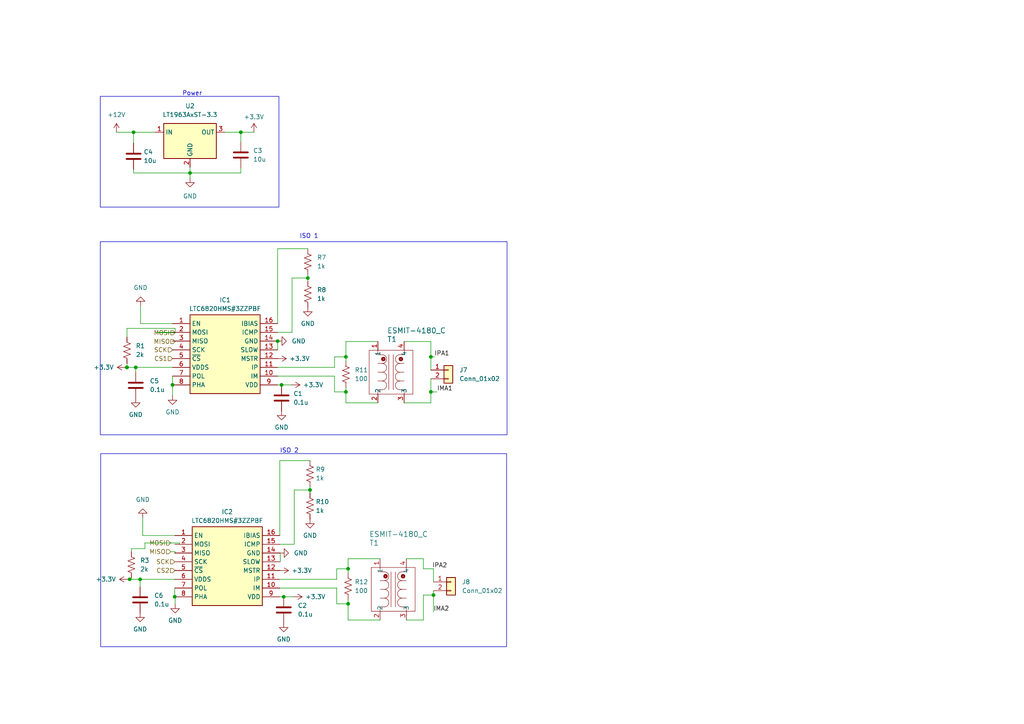
<source format=kicad_sch>
(kicad_sch (version 20231120) (generator "eeschema") (generator_version "8.0")
  (paper "A4")
  (lib_symbols
    (symbol "AERO:LTC6820HMS#3ZZPBF"
      (property "Reference" "IC" (at 26.67 7.62 0))
      (property "Value" "LTC6820HMS#3ZZPBF" (at 26.67 5.08 0))
      (symbol "LTC6820HMS#3ZZPBF_1_1"
        (rectangle (start 5.08 2.54) (end 25.4 -20.32) (stroke (width 0.254)) (fill (type background)))
        (pin passive line (at 0 0 0) (length 5.08) (name "EN") (number "1"))
        (pin passive line (at 30.48 -15.24 180) (length 5.08) (name "IM") (number "10"))
        (pin passive line (at 30.48 -12.7 180) (length 5.08) (name "IP") (number "11"))
        (pin passive line (at 30.48 -10.16 180) (length 5.08) (name "MSTR") (number "12"))
        (pin passive line (at 30.48 -7.62 180) (length 5.08) (name "SLOW") (number "13"))
        (pin passive line (at 30.48 -5.08 180) (length 5.08) (name "GND") (number "14"))
        (pin passive line (at 30.48 -2.54 180) (length 5.08) (name "ICMP") (number "15"))
        (pin passive line (at 30.48 0 180) (length 5.08) (name "IBIAS") (number "16"))
        (pin passive line (at 0 -2.54 0) (length 5.08) (name "MOSI") (number "2"))
        (pin passive line (at 0 -5.08 0) (length 5.08) (name "MISO") (number "3"))
        (pin passive line (at 0 -7.62 0) (length 5.08) (name "SCK") (number "4"))
        (pin passive line (at 0 -10.16 0) (length 5.08) (name "~{CS}") (number "5"))
        (pin passive line (at 0 -12.7 0) (length 5.08) (name "VDDS") (number "6"))
        (pin passive line (at 0 -15.24 0) (length 5.08) (name "POL") (number "7"))
        (pin passive line (at 0 -17.78 0) (length 5.08) (name "PHA") (number "8"))
        (pin passive line (at 30.48 -17.78 180) (length 5.08) (name "VDD") (number "9"))
      )
    )
    (symbol "Connector_Generic:Conn_01x02" (pin_names (offset 1.016) hide)
      (property "Reference" "J" (at 0 2.54 0))
      (property "Value" "Conn_01x02" (at 0 -5.08 0))
      (symbol "Conn_01x02_1_1"
        (rectangle (start -1.27 -2.413) (end 0 -2.667) (stroke (width 0.1524)))
        (rectangle (start -1.27 0.127) (end 0 -0.127) (stroke (width 0.1524)))
        (rectangle (start -1.27 1.27) (end 1.27 -3.81) (stroke (width 0.254)) (fill (type background)))
        (pin passive line (at -5.08 0 0) (length 3.81) (name "Pin_1") (number "1"))
        (pin passive line (at -5.08 -2.54 0) (length 3.81) (name "Pin_2") (number "2"))
      )
    )
    (symbol "Device:C" (pin_numbers hide) (pin_names (offset 0.254))
      (property "Reference" "C" (at 0.635 2.54 0))
      (property "Value" "C" (at 0.635 -2.54 0))
      (symbol "C_0_1"
        (polyline (pts (xy -2.032 -0.762) (xy 2.032 -0.762)) (stroke (width 0.508)))
        (polyline (pts (xy -2.032 0.762) (xy 2.032 0.762)) (stroke (width 0.508)))
      )
      (symbol "C_1_1"
        (pin passive line (at 0 3.81 270) (length 2.794) (name "~") (number "1"))
        (pin passive line (at 0 -3.81 90) (length 2.794) (name "~") (number "2"))
      )
    )
    (symbol "Device:R_US" (pin_numbers hide) (pin_names (offset 0))
      (property "Reference" "R" (at 2.54 0 90))
      (property "Value" "R_US" (at -2.54 0 90))
      (symbol "R_US_0_1"
        (polyline (pts (xy 0 -2.286) (xy 0 -2.54)))
        (polyline (pts (xy 0 2.286) (xy 0 2.54)))
        (polyline (pts (xy 0 -0.762) (xy 1.016 -1.143) (xy 0 -1.524) (xy -1.016 -1.905) (xy 0 -2.286)))
        (polyline (pts (xy 0 0.762) (xy 1.016 0.381) (xy 0 0) (xy -1.016 -0.381) (xy 0 -0.762)))
        (polyline (pts (xy 0 2.286) (xy 1.016 1.905) (xy 0 1.524) (xy -1.016 1.143) (xy 0 0.762)))
      )
      (symbol "R_US_1_1"
        (pin passive line (at 0 3.81 270) (length 1.27) (name "~") (number "1"))
        (pin passive line (at 0 -3.81 90) (length 1.27) (name "~") (number "2"))
      )
    )
    (symbol "Regulator_Linear:LT1963AxST-3.3"
      (property "Reference" "U" (at -7.62 6.35 0))
      (property "Value" "LT1963AxST-3.3" (at -1.27 6.35 0))
      (symbol "LT1963AxST-3.3_0_1"
        (rectangle (start -7.62 5.08) (end 7.62 -5.08) (stroke (width 0.254)) (fill (type background)))
      )
      (symbol "LT1963AxST-3.3_1_1"
        (pin power_in line (at -10.16 2.54 0) (length 2.54) (name "IN") (number "1"))
        (pin power_in line (at 0 -7.62 90) (length 2.54) (name "GND") (number "2"))
        (pin power_out line (at 10.16 2.54 180) (length 2.54) (name "OUT") (number "3"))
      )
    )
    (symbol "esmit:ESMIT-4180_C" (pin_names (offset 0.254))
      (property "Reference" "T" (at 10.16 5.08 0))
      (property "Value" "ESMIT-4180/C" (at 10.16 -12.7 0))
      (symbol "ESMIT-4180_C_0_1"
        (polyline (pts (xy 2.54 -10.16) (xy 15.24 -10.16)) (stroke (width 0.127)))
        (polyline (pts (xy 2.54 0) (xy 3.81 0)) (stroke (width 0.127)))
        (polyline (pts (xy 2.54 2.54) (xy 2.54 -10.16)) (stroke (width 0.127)))
        (polyline (pts (xy 3.81 -7.62) (xy 2.54 -7.62)) (stroke (width 0.127)))
        (polyline (pts (xy 3.81 -7.62) (xy 3.81 -6.35)) (stroke (width 0.127)))
        (polyline (pts (xy 3.81 -4.445) (xy 13.97 -4.445)) (stroke (width 0.127)))
        (polyline (pts (xy 3.81 -3.175) (xy 13.97 -3.175)) (stroke (width 0.127)))
        (polyline (pts (xy 3.81 0) (xy 3.81 -1.27)) (stroke (width 0.127)))
        (polyline (pts (xy 6.35 -7.62) (xy 6.35 -6.35)) (stroke (width 0.127)))
        (polyline (pts (xy 6.35 0) (xy 6.35 -1.27)) (stroke (width 0.127)))
        (polyline (pts (xy 8.89 -7.62) (xy 8.89 -6.35)) (stroke (width 0.127)))
        (polyline (pts (xy 8.89 0) (xy 8.89 -1.27)) (stroke (width 0.127)))
        (polyline (pts (xy 11.43 -7.62) (xy 11.43 -6.35)) (stroke (width 0.127)))
        (polyline (pts (xy 11.43 0) (xy 11.43 -1.27)) (stroke (width 0.127)))
        (polyline (pts (xy 13.97 -7.62) (xy 13.97 -6.35)) (stroke (width 0.127)))
        (polyline (pts (xy 13.97 0) (xy 13.97 -1.27)) (stroke (width 0.127)))
        (polyline (pts (xy 13.97 0) (xy 15.24 0)) (stroke (width 0.127)))
        (polyline (pts (xy 15.24 -10.16) (xy 15.24 2.54)) (stroke (width 0.127)))
        (polyline (pts (xy 15.24 -7.62) (xy 13.97 -7.62)) (stroke (width 0.127)))
        (polyline (pts (xy 15.24 2.54) (xy 2.54 2.54)) (stroke (width 0.127)))
        (arc (start 3.81 -1.27) (mid 5.08 -2.5345) (end 6.35 -1.27) (stroke (width 0.127)))
        (circle (center 5.08 -6.6675) (radius 0.127) (stroke (width 0.508)))
        (circle (center 5.08 -1.5875) (radius 0.127) (stroke (width 0.508)))
        (arc (start 6.35 -6.35) (mid 5.08 -5.0855) (end 3.81 -6.35) (stroke (width 0.127)))
        (arc (start 6.35 -1.27) (mid 7.62 -2.5345) (end 8.89 -1.27) (stroke (width 0.127)))
        (arc (start 8.89 -6.35) (mid 7.62 -5.0855) (end 6.35 -6.35) (stroke (width 0.127)))
        (arc (start 8.89 -1.27) (mid 10.16 -2.5345) (end 11.43 -1.27) (stroke (width 0.127)))
        (arc (start 11.43 -6.35) (mid 10.16 -5.0855) (end 8.89 -6.35) (stroke (width 0.127)))
        (arc (start 11.43 -1.27) (mid 12.7 -2.5345) (end 13.97 -1.27) (stroke (width 0.127)))
        (arc (start 13.97 -6.35) (mid 12.7 -5.0855) (end 11.43 -6.35) (stroke (width 0.127)))
        (pin unspecified line (at 0 0 0) (length 2.54) (name "1") (number "1"))
        (pin unspecified line (at 17.78 0 180) (length 2.54) (name "2") (number "2"))
        (pin unspecified line (at 17.78 -7.62 180) (length 2.54) (name "3") (number "3"))
        (pin unspecified line (at 0 -7.62 0) (length 2.54) (name "4") (number "4"))
      )
    )
    (symbol "power:+12V" (power) (pin_names (offset 0))
      (property "Value" "+12V" (at 0 3.556 0))
      (symbol "+12V_0_1"
        (polyline (pts (xy -0.762 1.27) (xy 0 2.54)))
        (polyline (pts (xy 0 0) (xy 0 2.54)))
        (polyline (pts (xy 0 2.54) (xy 0.762 1.27)))
      )
      (symbol "+12V_1_1"
        (pin power_in line (at 0 0 90) (length 0) hide (name "+12V") (number "1"))
      )
    )
    (symbol "power:+3.3V" (power) (pin_names (offset 0))
      (property "Value" "+3.3V" (at 0 3.556 0))
      (symbol "+3.3V_0_1"
        (polyline (pts (xy -0.762 1.27) (xy 0 2.54)))
        (polyline (pts (xy 0 0) (xy 0 2.54)))
        (polyline (pts (xy 0 2.54) (xy 0.762 1.27)))
      )
      (symbol "+3.3V_1_1"
        (pin power_in line (at 0 0 90) (length 0) hide (name "+3.3V") (number "1"))
      )
    )
    (symbol "power:GND" (power) (pin_names (offset 0))
      (property "Value" "GND" (at 0 -3.81 0))
      (symbol "GND_0_1"
        (polyline (pts (xy 0 0) (xy 0 -1.27) (xy 1.27 -1.27) (xy 0 -2.54) (xy -1.27 -1.27) (xy 0 -1.27)))
      )
      (symbol "GND_1_1"
        (pin power_in line (at 0 0 270) (length 0) hide (name "GND") (number "1"))
      )
    )
  )
  (junction (at 100.33 113.665))
  (junction (at 125.73 172.593))
  (junction (at 55.118 50.165))
  (junction (at 38.735 38.354))
  (junction (at 50.038 111.633))
  (junction (at 50.673 173.0812))
  (junction (at 100.965 175.133))
  (junction (at 80.518 98.933))
  (junction (at 36.83 106.553))
  (junction (at 39.37 106.553))
  (junction (at 37.6083 168.021))
  (junction (at 124.968 103.505))
  (junction (at 100.33 103.505))
  (junction (at 100.965 164.973))
  (junction (at 69.85 38.354))
  (junction (at 82.296 173.101))
  (junction (at 89.281 80.645))
  (junction (at 89.916 142.113))
  (junction (at 81.661 111.633))
  (junction (at 124.968 113.665))
  (junction (at 40.64 168.021))
  (junction (at 36.7815 106.553))
  (wire (pts (xy 65.278 38.354) (xy 69.85 38.354)))
  (wire (pts (xy 100.33 99.06) (xy 100.33 103.505)))
  (wire (pts (xy 37.211 168.021) (xy 37.6083 168.021)))
  (wire (pts (xy 52.07 157.48) (xy 52.07 157.861)))
  (wire (pts (xy 40.64 168.021) (xy 50.673 168.021)))
  (wire (pts (xy 97.663 175.133) (xy 97.663 170.561)))
  (wire (pts (xy 109.601 116.84) (xy 100.33 116.84)))
  (wire (pts (xy 89.281 81.534) (xy 89.281 80.645)))
  (wire (pts (xy 125.73 172.593) (xy 125.73 177.546)))
  (wire (pts (xy 100.33 113.665) (xy 100.33 116.84)))
  (wire (pts (xy 100.965 175.133) (xy 100.965 179.832)))
  (wire (pts (xy 117.221 116.84) (xy 124.968 116.84)))
  (wire (pts (xy 36.83 95.25) (xy 50.8 95.25)))
  (wire (pts (xy 38.735 38.354) (xy 38.735 41.529)))
  (wire (pts (xy 37.6083 168.021) (xy 40.64 168.021)))
  (wire (pts (xy 50.038 114.808) (xy 50.038 111.633)))
  (wire (pts (xy 117.221 99.06) (xy 124.968 99.06)))
  (wire (pts (xy 124.968 103.505) (xy 124.968 107.315)))
  (wire (pts (xy 85.344 157.861) (xy 85.344 142.113)))
  (wire (pts (xy 100.33 103.505) (xy 100.33 104.775)))
  (wire (pts (xy 36.576 106.553) (xy 36.7815 106.553)))
  (wire (pts (xy 122.809 164.973) (xy 122.809 162.052)))
  (wire (pts (xy 80.518 96.393) (xy 84.709 96.393)))
  (wire (pts (xy 69.85 48.768) (xy 69.85 50.165)))
  (wire (pts (xy 50.673 173.0812) (xy 50.673 170.561)))
  (wire (pts (xy 97.028 103.505) (xy 100.33 103.505)))
  (wire (pts (xy 81.28 165.481) (xy 81.153 165.481)))
  (wire (pts (xy 109.601 99.06) (xy 100.33 99.06)))
  (wire (pts (xy 82.296 173.101) (xy 85.09 173.101)))
  (wire (pts (xy 125.73 168.783) (xy 125.73 164.973)))
  (wire (pts (xy 38.1 159.131) (xy 38.1 160.02)))
  (wire (pts (xy 80.518 111.633) (xy 81.661 111.633)))
  (wire (pts (xy 84.709 96.393) (xy 84.709 80.645)))
  (wire (pts (xy 39.37 106.553) (xy 50.038 106.553)))
  (wire (pts (xy 38.1 167.64) (xy 37.6083 167.64)))
  (wire (pts (xy 81.28 160.401) (xy 81.28 162.941)))
  (wire (pts (xy 36.83 106.553) (xy 39.37 106.553)))
  (wire (pts (xy 36.83 105.41) (xy 36.83 106.553)))
  (wire (pts (xy 69.85 38.354) (xy 69.85 41.148)))
  (wire (pts (xy 40.64 170.18) (xy 40.64 168.021)))
  (wire (pts (xy 122.809 164.973) (xy 125.73 164.973)))
  (wire (pts (xy 81.153 157.861) (xy 85.344 157.861)))
  (wire (pts (xy 44.958 38.354) (xy 38.735 38.354)))
  (wire (pts (xy 124.968 103.505) (xy 125.984 103.505)))
  (wire (pts (xy 81.153 173.101) (xy 82.296 173.101)))
  (wire (pts (xy 45.72 96.52) (xy 45.72 96.393)))
  (wire (pts (xy 97.663 175.133) (xy 100.965 175.133)))
  (wire (pts (xy 37.6083 167.64) (xy 37.6083 168.021)))
  (wire (pts (xy 46.99 99.06) (xy 46.99 98.933)))
  (wire (pts (xy 50.8 175.26) (xy 50.8 173.0812)))
  (wire (pts (xy 52.07 157.861) (xy 50.673 157.861)))
  (wire (pts (xy 40.767 93.853) (xy 50.038 93.853)))
  (wire (pts (xy 124.968 113.665) (xy 124.968 116.84)))
  (wire (pts (xy 49.53 160.02) (xy 50.8 160.02)))
  (wire (pts (xy 45.72 96.393) (xy 50.038 96.393)))
  (wire (pts (xy 50.8 96.52) (xy 45.72 96.52)))
  (wire (pts (xy 97.663 164.973) (xy 100.965 164.973)))
  (wire (pts (xy 80.518 98.933) (xy 80.518 101.473)))
  (wire (pts (xy 36.83 106.68) (xy 36.7815 106.68)))
  (wire (pts (xy 124.968 113.665) (xy 126.746 113.665)))
  (wire (pts (xy 50.8 160.02) (xy 50.8 160.401)))
  (wire (pts (xy 55.118 51.689) (xy 55.118 50.165)))
  (wire (pts (xy 84.709 80.645) (xy 89.281 80.645)))
  (wire (pts (xy 39.37 107.95) (xy 39.37 106.553)))
  (wire (pts (xy 36.7815 106.553) (xy 36.83 106.553)))
  (wire (pts (xy 80.518 72.136) (xy 89.281 72.136)))
  (wire (pts (xy 124.968 109.855) (xy 124.968 113.665)))
  (wire (pts (xy 122.809 162.052) (xy 117.856 162.052)))
  (wire (pts (xy 50.038 109.093) (xy 50.038 111.633)))
  (wire (pts (xy 50.8 95.25) (xy 50.8 96.52)))
  (wire (pts (xy 110.236 162.052) (xy 100.965 162.052)))
  (wire (pts (xy 50.673 173.101) (xy 50.673 173.0812)))
  (wire (pts (xy 36.7815 106.68) (xy 36.7815 106.553)))
  (wire (pts (xy 42.037 159.131) (xy 42.037 157.48)))
  (wire (pts (xy 89.916 142.113) (xy 89.916 141.224)))
  (wire (pts (xy 97.028 103.505) (xy 97.028 106.553)))
  (wire (pts (xy 122.809 179.832) (xy 117.856 179.832)))
  (wire (pts (xy 81.661 111.633) (xy 84.455 111.633)))
  (wire (pts (xy 97.663 164.973) (xy 97.663 168.021)))
  (wire (pts (xy 40.767 88.646) (xy 40.767 93.853)))
  (wire (pts (xy 50.8 173.0812) (xy 50.673 173.0812)))
  (wire (pts (xy 89.916 143.002) (xy 89.916 142.113)))
  (wire (pts (xy 100.965 162.052) (xy 100.965 164.973)))
  (wire (pts (xy 100.965 166.243) (xy 100.965 164.973)))
  (wire (pts (xy 55.118 50.165) (xy 55.118 48.514)))
  (wire (pts (xy 97.028 106.553) (xy 80.518 106.553)))
  (wire (pts (xy 85.344 142.113) (xy 89.916 142.113)))
  (wire (pts (xy 38.735 49.149) (xy 38.735 50.165)))
  (wire (pts (xy 81.153 155.321) (xy 81.153 133.604)))
  (wire (pts (xy 80.518 93.853) (xy 80.518 72.136)))
  (wire (pts (xy 42.037 159.131) (xy 38.1 159.131)))
  (wire (pts (xy 41.402 155.321) (xy 50.673 155.321)))
  (wire (pts (xy 81.28 160.401) (xy 81.153 160.401)))
  (wire (pts (xy 100.33 112.395) (xy 100.33 113.665)))
  (wire (pts (xy 97.028 113.665) (xy 97.028 109.093)))
  (wire (pts (xy 124.968 99.06) (xy 124.968 103.505)))
  (wire (pts (xy 97.663 168.021) (xy 81.153 168.021)))
  (wire (pts (xy 97.028 109.093) (xy 80.518 109.093)))
  (wire (pts (xy 36.83 97.79) (xy 36.83 95.25)))
  (wire (pts (xy 125.73 171.323) (xy 125.73 172.593)))
  (wire (pts (xy 38.735 50.165) (xy 55.118 50.165)))
  (wire (pts (xy 89.281 80.645) (xy 89.281 79.756)))
  (wire (pts (xy 81.28 162.941) (xy 81.153 162.941)))
  (wire (pts (xy 69.85 50.165) (xy 55.118 50.165)))
  (wire (pts (xy 97.663 170.561) (xy 81.153 170.561)))
  (wire (pts (xy 50.8 160.401) (xy 50.673 160.401)))
  (wire (pts (xy 41.402 150.114) (xy 41.402 155.321)))
  (wire (pts (xy 42.037 157.48) (xy 52.07 157.48)))
  (wire (pts (xy 110.236 179.832) (xy 100.965 179.832)))
  (wire (pts (xy 73.66 38.354) (xy 69.85 38.354)))
  (wire (pts (xy 81.153 133.604) (xy 89.916 133.604)))
  (wire (pts (xy 122.809 172.593) (xy 122.809 179.832)))
  (wire (pts (xy 100.965 173.863) (xy 100.965 175.133)))
  (wire (pts (xy 97.028 113.665) (xy 100.33 113.665)))
  (wire (pts (xy 122.809 172.593) (xy 125.73 172.593)))
  (wire (pts (xy 33.782 38.354) (xy 38.735 38.354)))
  (rectangle (start 29.083 27.94) (end 80.899 60.071))
  (rectangle (start 29.21 131.572) (end 146.939 187.579))
  (rectangle (start 29.083 70.104) (end 147.066 126.111))
  (text "ISO 1" (at 86.868 69.342 0) (effects (font (size 1.27 1.27)) (justify left bottom)))
  (text "Power" (at 52.832 27.94 0) (effects (font (size 1.27 1.27)) (justify left bottom)))
  (text "ISO 2" (at 81.153 131.572 0) (effects (font (size 1.27 1.27)) (justify left bottom)))
  (label "IPA1" (at 125.984 103.505 0))
  (label "IMA1" (at 126.746 113.665 0))
  (label "IPA2" (at 125.349 164.973 0))
  (label "IMA2" (at 125.73 177.546 0))
  (hierarchical_label "MOSI" (shape input) (at 49.53 157.48 180))
  (hierarchical_label "MOSI" (shape input) (at 50.8 96.52 180))
  (hierarchical_label "SCK" (shape input) (at 50.038 101.473 180))
  (hierarchical_label "SCK" (shape input) (at 50.673 162.941 180))
  (hierarchical_label "MISO" (shape input) (at 50.8 99.06 180))
  (hierarchical_label "CS2" (shape input) (at 50.673 165.481 180))
  (hierarchical_label "CS1" (shape input) (at 50.038 104.013 180))
  (hierarchical_label "MISO" (shape input) (at 49.53 160.02 180))
  (symbol (lib_id "power:GND") (at 81.661 119.253 0) (unit 1)
    (property "Reference" "#PWR019" (effects (hide yes)))
    (property "Value" "GND" (at 81.661 123.952 0))
    (instances (project "PAC-man reed" (path "" (reference "#PWR019") (unit 1))) (project "PACman LV" (path "" (reference "#PWR024") (unit 1))))
  )
  (symbol (lib_id "Device:R_US") (at 100.33 108.585 0) (unit 1)
    (property "Reference" "R11" (at 102.87 107.3149 0) (effects (justify left)))
    (property "Value" "100" (at 102.87 109.8549 0) (effects (justify left)))
    (property "Footprint" "Resistor_SMD:R_0603_1608Metric_Pad0.98x0.95mm_HandSolder" (effects (hide yes)))
    (instances (project "PAC-man reed" (path "" (reference "R11") (unit 1))) (project "PACman LV" (path "" (reference "R10") (unit 1))))
  )
  (symbol (lib_id "Device:C") (at 39.37 111.76 0) (unit 1)
    (property "Reference" "C5" (at 43.434 110.4899 0) (effects (justify left)))
    (property "Value" "0.1u" (at 43.434 113.0299 0) (effects (justify left)))
    (property "Footprint" "Capacitor_SMD:C_0603_1608Metric_Pad1.08x0.95mm_HandSolder" (effects (hide yes)))
  )
  (symbol (lib_id "Connector_Generic:Conn_01x02") (at 130.048 107.315 0) (unit 1)
    (property "Reference" "J7" (at 133.223 107.315 0) (effects (justify left)))
    (property "Value" "Conn_01x02" (at 133.223 109.855 0) (effects (justify left)))
    (property "Footprint" "Connector_JST:JST_XH_B2B-XH-AM_1x02_P2.50mm_Vertical" (effects (hide yes)))
  )
  (symbol (lib_id "power:+3.3V") (at 36.576 106.553 90) (unit 1)
    (property "Reference" "#PWR013" (effects (hide yes)))
    (property "Value" "+3.3V" (at 33.02 106.553 90) (effects (justify left)))
    (instances (project "PAC-man reed" (path "" (reference "#PWR013") (unit 1))) (project "PACman LV" (path "" (reference "#PWR020") (unit 1))))
  )
  (symbol (lib_id "AERO:LTC6820HMS#3ZZPBF") (at 50.038 93.853 0) (unit 1)
    (property "Reference" "IC1" (at 65.278 86.995 0))
    (property "Value" "LTC6820HMS#3ZZPBF" (at 65.278 89.535 0))
    (property "Footprint" "AERO_Footprints:SOP50P490X110-16N" (effects (hide yes)))
    (property "Datasheet" "https://www.analog.com/media/en/technical-documentation/data-sheets/LTC6820.pdf" (effects (hide yes)))
    (property "Height" "1.1" (effects (hide yes)))
    (property "Manufacturer_Name" "Analog Devices" (effects (hide yes)))
    (property "Manufacturer_Part_Number" "LTC6820HMS#3ZZPBF" (effects (hide yes)))
    (property "Mouser Part Number" "584-6820HMS#3ZZPB" (effects (hide yes)))
    (property "Mouser Price/Stock" "https://www.mouser.co.uk/ProductDetail/Analog-Devices/LTC6820HMS3ZZPBF?qs=byeeYqUIh0PVRI5fl%252BKPig%3D%3D" (effects (hide yes)))
    (property "Arrow Part Number" "LTC6820HMS#3ZZPBF" (effects (hide yes)))
    (property "Arrow Price/Stock" "https://www.arrow.com/en/products/ltc6820hms3zzpbf/analog-devices?region=europe" (effects (hide yes)))
    (instances (project "PAC-man reed" (path "" (reference "IC1") (unit 1))) (project "PACman LV" (path "" (reference "IC1") (unit 1)) (path "" (reference "IC3") (unit 1))))
  )
  (symbol (lib_id "Device:C") (at 81.661 115.443 0) (unit 1)
    (property "Reference" "C1" (at 85.09 114.1729 0) (effects (justify left)))
    (property "Value" "0.1u" (at 85.09 116.7129 0) (effects (justify left)))
    (property "Footprint" "Capacitor_SMD:C_0603_1608Metric_Pad1.08x0.95mm_HandSolder" (effects (hide yes)))
    (instances (project "PAC-man reed" (path "" (reference "C1") (unit 1))) (project "PACman LV" (path "" (reference "C2") (unit 1))))
  )
  (symbol (lib_id "power:GND") (at 39.37 115.57 0) (unit 1)
    (property "Reference" "#PWR04" (effects (hide yes)))
    (property "Value" "GND" (at 39.37 120.269 0))
  )
  (symbol (lib_id "power:+3.3V") (at 81.153 165.481 270) (unit 1)
    (property "Reference" "#PWR021" (effects (hide yes)))
    (property "Value" "+3.3V" (at 84.582 165.481 90) (effects (justify left)))
    (instances (project "PAC-man reed" (path "" (reference "#PWR021") (unit 1))) (project "PACman LV" (path "" (reference "#PWR016") (unit 1))))
  )
  (symbol (lib_id "power:GND") (at 55.118 51.689 0) (unit 1)
    (property "Reference" "#PWR032" (effects (hide yes)))
    (property "Value" "GND" (at 55.118 56.896 0))
  )
  (symbol (lib_id "power:GND") (at 80.518 98.933 90) (unit 1)
    (property "Reference" "#PWR017" (effects (hide yes)))
    (property "Value" "GND" (at 84.582 98.933 90) (effects (justify right)))
    (instances (project "PAC-man reed" (path "" (reference "#PWR017") (unit 1))) (project "PACman LV" (path "" (reference "#PWR022") (unit 1))))
  )
  (symbol (lib_id "Connector_Generic:Conn_01x02") (at 130.81 168.783 0) (unit 1)
    (property "Reference" "J8" (at 133.985 168.783 0) (effects (justify left)))
    (property "Value" "Conn_01x02" (at 133.985 171.323 0) (effects (justify left)))
    (property "Footprint" "Connector_JST:JST_XH_B2B-XH-AM_1x02_P2.50mm_Vertical" (effects (hide yes)))
  )
  (symbol (lib_id "power:GND") (at 41.402 150.114 180) (unit 1)
    (property "Reference" "#PWR014" (effects (hide yes)))
    (property "Value" "GND" (at 41.402 144.907 0))
    (instances (project "PAC-man reed" (path "" (reference "#PWR014") (unit 1))) (project "PACman LV" (path "" (reference "#PWR011") (unit 1))))
  )
  (symbol (lib_id "Device:R_US") (at 89.916 146.812 0) (unit 1)
    (property "Reference" "R10" (at 91.567 145.542 0) (effects (justify left)))
    (property "Value" "1k" (at 91.567 148.082 0) (effects (justify left)))
    (property "Footprint" "Resistor_SMD:R_0603_1608Metric_Pad0.98x0.95mm_HandSolder" (effects (hide yes)))
    (instances (project "PAC-man reed" (path "" (reference "R10") (unit 1))) (project "PACman LV" (path "" (reference "R7") (unit 1))))
  )
  (symbol (lib_id "power:GND") (at 40.64 177.8 0) (unit 1)
    (property "Reference" "#PWR08" (effects (hide yes)))
    (property "Value" "GND" (at 40.64 182.499 0))
  )
  (symbol (lib_id "power:GND") (at 89.281 89.154 0) (unit 1)
    (property "Reference" "#PWR025" (effects (hide yes)))
    (property "Value" "GND" (at 89.281 93.853 0))
    (instances (project "PAC-man reed" (path "" (reference "#PWR025") (unit 1))) (project "PACman LV" (path "" (reference "#PWR026") (unit 1))))
  )
  (symbol (lib_id "power:+12V") (at 33.782 38.354 0) (unit 1)
    (property "Reference" "#PWR034" (effects (hide yes)))
    (property "Value" "+12V" (at 33.782 33.274 0))
    (instances (project "PAC-man reed" (path "" (reference "#PWR034") (unit 1))) (project "pacman" (path "" (reference "#PWR0102") (unit 1))) (project "PACman LV" (path "" (reference "#PWR02") (unit 1))))
  )
  (symbol (lib_id "Device:R_US") (at 89.281 85.344 0) (unit 1)
    (property "Reference" "R8" (at 91.948 84.074 0) (effects (justify left)))
    (property "Value" "1k" (at 91.948 86.614 0) (effects (justify left)))
    (property "Footprint" "Resistor_SMD:R_0603_1608Metric_Pad0.98x0.95mm_HandSolder" (effects (hide yes)))
    (instances (project "PAC-man reed" (path "" (reference "R8") (unit 1))) (project "PACman LV" (path "" (reference "R9") (unit 1))))
  )
  (symbol (lib_id "Device:C") (at 69.85 44.958 0) (unit 1)
    (property "Reference" "C3" (at 73.406 43.688 0) (effects (justify left)))
    (property "Value" "10u" (at 73.406 46.228 0) (effects (justify left)))
    (property "Footprint" "Capacitor_SMD:C_0603_1608Metric_Pad1.08x0.95mm_HandSolder" (effects (hide yes)))
  )
  (symbol (lib_id "Regulator_Linear:LT1963AxST-3.3") (at 55.118 40.894 0) (unit 1)
    (property "Reference" "U2" (at 55.118 30.734 0))
    (property "Value" "LT1963AxST-3.3" (at 55.118 33.274 0))
    (property "Footprint" "Package_TO_SOT_SMD:SOT-223-3_TabPin2" (effects (hide yes)))
    (property "Datasheet" "https://www.analog.com/media/en/technical-documentation/data-sheets/1963aff.pdf" (effects (hide yes)))
  )
  (symbol (lib_id "Device:R_US") (at 89.916 137.414 0) (unit 1)
    (property "Reference" "R9" (at 91.567 136.144 0) (effects (justify left)))
    (property "Value" "1k" (at 91.567 138.684 0) (effects (justify left)))
    (property "Footprint" "Resistor_SMD:R_0603_1608Metric_Pad0.98x0.95mm_HandSolder" (effects (hide yes)))
    (instances (project "PAC-man reed" (path "" (reference "R9") (unit 1))) (project "PACman LV" (path "" (reference "R6") (unit 1))))
  )
  (symbol (lib_id "power:+3.3V") (at 84.455 111.633 270) (unit 1)
    (property "Reference" "#PWR022" (effects (hide yes)))
    (property "Value" "+3.3V" (at 87.884 111.633 90) (effects (justify left)))
    (instances (project "PAC-man reed" (path "" (reference "#PWR022") (unit 1))) (project "PACman LV" (path "" (reference "#PWR025") (unit 1))))
  )
  (symbol (lib_id "power:GND") (at 50.8 175.26 0) (unit 1)
    (property "Reference" "#PWR02" (effects (hide yes)))
    (property "Value" "GND" (at 50.8 179.959 0))
  )
  (symbol (lib_id "power:+3.3V") (at 73.66 38.354 0) (unit 1)
    (property "Reference" "#PWR033" (effects (hide yes)))
    (property "Value" "+3.3V" (at 73.66 33.909 0))
    (instances (project "PAC-man reed" (path "" (reference "#PWR033") (unit 1))) (project "PACman LV" (path "" (reference "#PWR020") (unit 1))))
  )
  (symbol (lib_id "esmit:ESMIT-4180_C") (at 110.236 162.052 90) (mirror x) (unit 1)
    (property "Reference" "T1" (at 107.061 157.48 90) (effects (font (size 1.524 1.524)) (justify right)))
    (property "Value" "ESMIT-4180_C" (at 107.061 154.94 90) (effects (font (size 1.524 1.524)) (justify right)))
    (property "Footprint" "AERO_Footprints:SOIC4_CBM4D19_SUM" (effects (hide yes)))
    (property "Datasheet" "ESMIT-4180/C" (effects (hide yes)))
    (instances (project "BMS1" (path "" (reference "T1") (unit 1))) (project "PAC-man reed" (path "" (reference "T2") (unit 1))))
  )
  (symbol (lib_id "power:+3.3V") (at 85.09 173.101 270) (unit 1)
    (property "Reference" "#PWR024" (effects (hide yes)))
    (property "Value" "+3.3V" (at 88.519 173.101 90) (effects (justify left)))
    (instances (project "PAC-man reed" (path "" (reference "#PWR024") (unit 1))) (project "PACman LV" (path "" (reference "#PWR014") (unit 1))))
  )
  (symbol (lib_id "Device:R_US") (at 38.1 163.83 0) (unit 1)
    (property "Reference" "R3" (at 40.64 162.5599 0) (effects (justify left)))
    (property "Value" "2k" (at 40.64 165.0999 0) (effects (justify left)))
    (property "Footprint" "Resistor_SMD:R_0603_1608Metric_Pad0.98x0.95mm_HandSolder" (effects (hide yes)))
    (property "Description" "Resistor, US symbol" (effects (hide yes)))
  )
  (symbol (lib_id "power:GND") (at 89.916 150.622 0) (unit 1)
    (property "Reference" "#PWR026" (effects (hide yes)))
    (property "Value" "GND" (at 89.916 155.321 0))
    (instances (project "PAC-man reed" (path "" (reference "#PWR026") (unit 1))) (project "PACman LV" (path "" (reference "#PWR018") (unit 1))))
  )
  (symbol (lib_id "Device:C") (at 82.296 176.911 0) (unit 1)
    (property "Reference" "C2" (at 86.36 175.6409 0) (effects (justify left)))
    (property "Value" "0.1u" (at 86.36 178.1809 0) (effects (justify left)))
    (property "Footprint" "Capacitor_SMD:C_0603_1608Metric_Pad1.08x0.95mm_HandSolder" (effects (hide yes)))
    (instances (project "PAC-man reed" (path "" (reference "C2") (unit 1))) (project "PACman LV" (path "" (reference "C1") (unit 1))))
  )
  (symbol (lib_id "Device:R_US") (at 36.83 101.6 0) (unit 1)
    (property "Reference" "R1" (at 39.37 100.3299 0) (effects (justify left)))
    (property "Value" "2k" (at 39.37 102.8699 0) (effects (justify left)))
    (property "Footprint" "Resistor_SMD:R_0603_1608Metric_Pad0.98x0.95mm_HandSolder" (effects (hide yes)))
    (property "Description" "Resistor, US symbol" (effects (hide yes)))
  )
  (symbol (lib_id "power:GND") (at 82.296 180.721 0) (unit 1)
    (property "Reference" "#PWR023" (effects (hide yes)))
    (property "Value" "GND" (at 82.296 185.42 0))
    (instances (project "PAC-man reed" (path "" (reference "#PWR023") (unit 1))) (project "PACman LV" (path "" (reference "#PWR015") (unit 1))))
  )
  (symbol (lib_id "Device:C") (at 38.735 45.339 0) (unit 1)
    (property "Reference" "C4" (at 41.656 44.069 0) (effects (justify left)))
    (property "Value" "10u" (at 41.656 46.609 0) (effects (justify left)))
    (property "Footprint" "Capacitor_SMD:C_0603_1608Metric_Pad1.08x0.95mm_HandSolder" (effects (hide yes)))
  )
  (symbol (lib_id "power:GND") (at 40.767 88.646 180) (unit 1)
    (property "Reference" "#PWR012" (effects (hide yes)))
    (property "Value" "GND" (at 40.767 83.439 0))
    (instances (project "PAC-man reed" (path "" (reference "#PWR012") (unit 1))) (project "PACman LV" (path "" (reference "#PWR019") (unit 1))))
  )
  (symbol (lib_id "power:GND") (at 50.038 114.808 0) (unit 1)
    (property "Reference" "#PWR016" (effects (hide yes)))
    (property "Value" "GND" (at 50.038 119.507 0))
    (instances (project "PAC-man reed" (path "" (reference "#PWR016") (unit 1))) (project "PACman LV" (path "" (reference "#PWR021") (unit 1))))
  )
  (symbol (lib_id "power:+3.3V") (at 37.211 168.021 90) (unit 1)
    (property "Reference" "#PWR015" (effects (hide yes)))
    (property "Value" "+3.3V" (at 33.655 168.021 90) (effects (justify left)))
    (instances (project "PAC-man reed" (path "" (reference "#PWR015") (unit 1))) (project "PACman LV" (path "" (reference "#PWR012") (unit 1))))
  )
  (symbol (lib_id "esmit:ESMIT-4180_C") (at 109.601 99.06 90) (mirror x) (unit 1)
    (property "Reference" "T1" (at 112.268 98.425 90) (effects (font (size 1.524 1.524)) (justify right)))
    (property "Value" "ESMIT-4180_C" (at 112.268 95.885 90) (effects (font (size 1.524 1.524)) (justify right)))
    (property "Footprint" "AERO_Footprints:SOIC4_CBM4D19_SUM" (effects (hide yes)))
    (property "Datasheet" "ESMIT-4180/C" (effects (hide yes)))
  )
  (symbol (lib_id "Device:C") (at 40.64 173.99 0) (unit 1)
    (property "Reference" "C6" (at 44.704 172.7199 0) (effects (justify left)))
    (property "Value" "0.1u" (at 44.704 175.2599 0) (effects (justify left)))
    (property "Footprint" "Capacitor_SMD:C_0603_1608Metric_Pad1.08x0.95mm_HandSolder" (effects (hide yes)))
  )
  (symbol (lib_id "Device:R_US") (at 89.281 75.946 0) (unit 1)
    (property "Reference" "R7" (at 91.948 74.676 0) (effects (justify left)))
    (property "Value" "1k" (at 91.948 77.216 0) (effects (justify left)))
    (property "Footprint" "Resistor_SMD:R_0603_1608Metric_Pad0.98x0.95mm_HandSolder" (effects (hide yes)))
    (instances (project "PAC-man reed" (path "" (reference "R7") (unit 1))) (project "PACman LV" (path "" (reference "R8") (unit 1))))
  )
  (symbol (lib_id "power:+3.3V") (at 80.518 104.013 270) (unit 1)
    (property "Reference" "#PWR018" (effects (hide yes)))
    (property "Value" "+3.3V" (at 83.947 104.013 90) (effects (justify left)))
    (instances (project "PAC-man reed" (path "" (reference "#PWR018") (unit 1))) (project "PACman LV" (path "" (reference "#PWR023") (unit 1))))
  )
  (symbol (lib_id "power:GND") (at 81.153 160.401 90) (unit 1)
    (property "Reference" "#PWR020" (effects (hide yes)))
    (property "Value" "GND" (at 85.217 160.401 90) (effects (justify right)))
    (instances (project "PAC-man reed" (path "" (reference "#PWR020") (unit 1))) (project "PACman LV" (path "" (reference "#PWR017") (unit 1))))
  )
  (symbol (lib_id "AERO:LTC6820HMS#3ZZPBF") (at 50.673 155.321 0) (unit 1)
    (property "Reference" "IC2" (at 65.913 148.463 0))
    (property "Value" "LTC6820HMS#3ZZPBF" (at 65.913 151.003 0))
    (property "Footprint" "AERO_Footprints:SOP50P490X110-16N" (effects (hide yes)))
    (property "Datasheet" "https://www.analog.com/media/en/technical-documentation/data-sheets/LTC6820.pdf" (effects (hide yes)))
    (property "Height" "1.1" (effects (hide yes)))
    (property "Manufacturer_Name" "Analog Devices" (effects (hide yes)))
    (property "Manufacturer_Part_Number" "LTC6820HMS#3ZZPBF" (effects (hide yes)))
    (property "Mouser Part Number" "584-6820HMS#3ZZPB" (effects (hide yes)))
    (property "Mouser Price/Stock" "https://www.mouser.co.uk/ProductDetail/Analog-Devices/LTC6820HMS3ZZPBF?qs=byeeYqUIh0PVRI5fl%252BKPig%3D%3D" (effects (hide yes)))
    (property "Arrow Part Number" "LTC6820HMS#3ZZPBF" (effects (hide yes)))
    (property "Arrow Price/Stock" "https://www.arrow.com/en/products/ltc6820hms3zzpbf/analog-devices?region=europe" (effects (hide yes)))
    (instances (project "PAC-man reed" (path "" (reference "IC2") (unit 1))) (project "PACman LV" (path "" (reference "IC1") (unit 1)) (path "" (reference "IC2") (unit 1))))
  )
  (symbol (lib_id "Device:R_US") (at 100.965 170.053 0) (unit 1)
    (property "Reference" "R12" (at 102.87 168.7829 0) (effects (justify left)))
    (property "Value" "100" (at 102.87 171.3229 0) (effects (justify left)))
    (property "Footprint" "Resistor_SMD:R_0603_1608Metric_Pad0.98x0.95mm_HandSolder" (effects (hide yes)))
    (instances (project "PAC-man reed" (path "" (reference "R12") (unit 1))) (project "PACman LV" (path "" (reference "R5") (unit 1))))
  )
)
</source>
